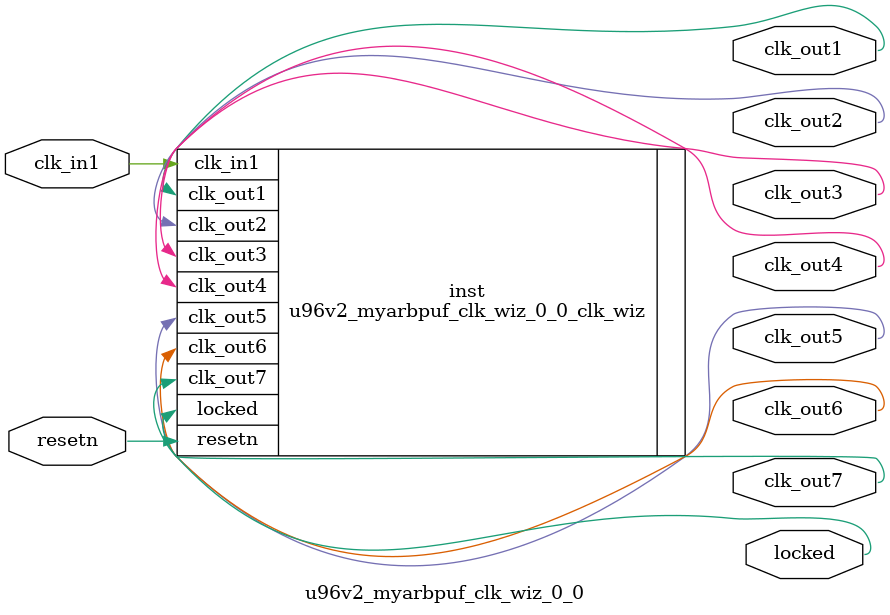
<source format=v>


`timescale 1ps/1ps

(* CORE_GENERATION_INFO = "u96v2_myarbpuf_clk_wiz_0_0,clk_wiz_v6_0_6_0_0,{component_name=u96v2_myarbpuf_clk_wiz_0_0,use_phase_alignment=false,use_min_o_jitter=false,use_max_i_jitter=false,use_dyn_phase_shift=false,use_inclk_switchover=false,use_dyn_reconfig=false,enable_axi=0,feedback_source=FDBK_AUTO,PRIMITIVE=MMCM,num_out_clk=7,clkin1_period=10.000,clkin2_period=10.000,use_power_down=false,use_reset=true,use_locked=true,use_inclk_stopped=false,feedback_type=SINGLE,CLOCK_MGR_TYPE=NA,manual_override=false}" *)

module u96v2_myarbpuf_clk_wiz_0_0 
 (
  // Clock out ports
  output        clk_out1,
  output        clk_out2,
  output        clk_out3,
  output        clk_out4,
  output        clk_out5,
  output        clk_out6,
  output        clk_out7,
  // Status and control signals
  input         resetn,
  output        locked,
 // Clock in ports
  input         clk_in1
 );

  u96v2_myarbpuf_clk_wiz_0_0_clk_wiz inst
  (
  // Clock out ports  
  .clk_out1(clk_out1),
  .clk_out2(clk_out2),
  .clk_out3(clk_out3),
  .clk_out4(clk_out4),
  .clk_out5(clk_out5),
  .clk_out6(clk_out6),
  .clk_out7(clk_out7),
  // Status and control signals               
  .resetn(resetn), 
  .locked(locked),
 // Clock in ports
  .clk_in1(clk_in1)
  );

endmodule

</source>
